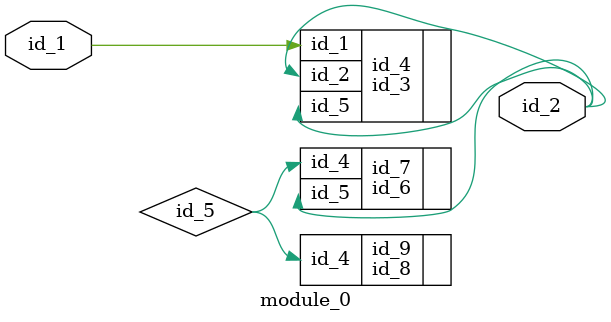
<source format=v>
module module_0 (
    id_1,
    id_2
);
  output id_2;
  input id_1;
  id_3 id_4 (
      .id_2(id_1),
      .id_2(id_2),
      .id_5(id_2),
      .id_1(id_2),
      .id_1(id_1)
  );
  id_6 id_7 (
      .id_5(id_5),
      .id_4(id_5),
      .id_5(id_2)
  );
  id_8 id_9 (
      .id_4(1),
      .id_4(id_5)
  );
endmodule

</source>
